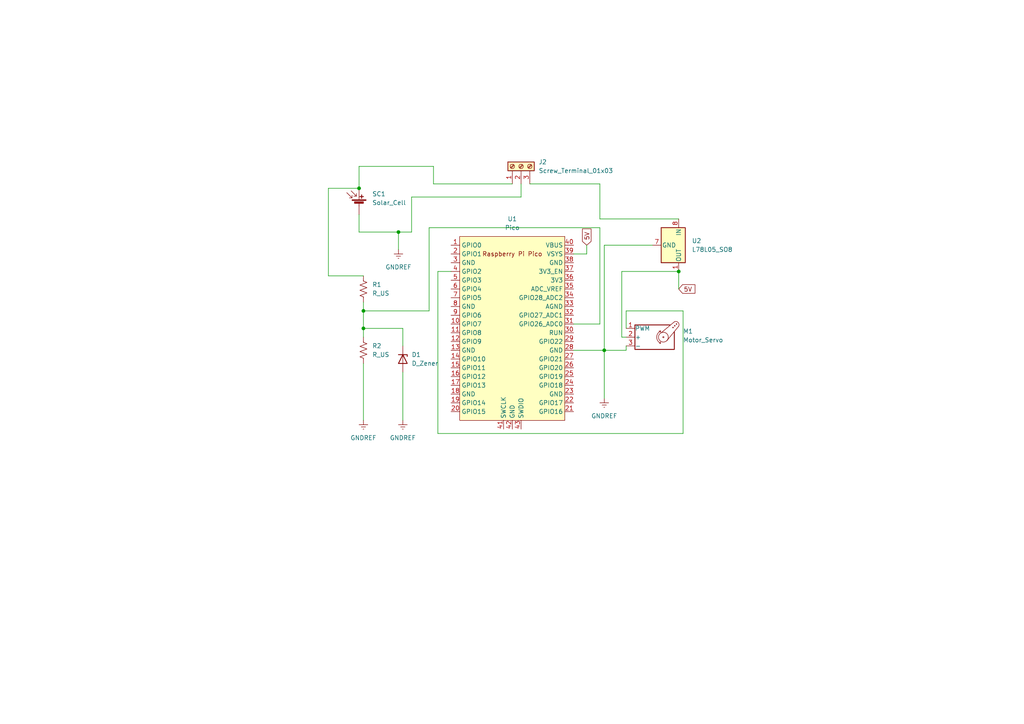
<source format=kicad_sch>
(kicad_sch (version 20230121) (generator eeschema)

  (uuid 5b844cdc-fc3b-432e-92e2-c1983ac9d0fb)

  (paper "A4")

  (lib_symbols
    (symbol "Connector:Screw_Terminal_01x03" (pin_names (offset 1.016) hide) (in_bom yes) (on_board yes)
      (property "Reference" "J" (at 0 5.08 0)
        (effects (font (size 1.27 1.27)))
      )
      (property "Value" "Screw_Terminal_01x03" (at 0 -5.08 0)
        (effects (font (size 1.27 1.27)))
      )
      (property "Footprint" "" (at 0 0 0)
        (effects (font (size 1.27 1.27)) hide)
      )
      (property "Datasheet" "~" (at 0 0 0)
        (effects (font (size 1.27 1.27)) hide)
      )
      (property "ki_keywords" "screw terminal" (at 0 0 0)
        (effects (font (size 1.27 1.27)) hide)
      )
      (property "ki_description" "Generic screw terminal, single row, 01x03, script generated (kicad-library-utils/schlib/autogen/connector/)" (at 0 0 0)
        (effects (font (size 1.27 1.27)) hide)
      )
      (property "ki_fp_filters" "TerminalBlock*:*" (at 0 0 0)
        (effects (font (size 1.27 1.27)) hide)
      )
      (symbol "Screw_Terminal_01x03_1_1"
        (rectangle (start -1.27 3.81) (end 1.27 -3.81)
          (stroke (width 0.254) (type default))
          (fill (type background))
        )
        (circle (center 0 -2.54) (radius 0.635)
          (stroke (width 0.1524) (type default))
          (fill (type none))
        )
        (polyline
          (pts
            (xy -0.5334 -2.2098)
            (xy 0.3302 -3.048)
          )
          (stroke (width 0.1524) (type default))
          (fill (type none))
        )
        (polyline
          (pts
            (xy -0.5334 0.3302)
            (xy 0.3302 -0.508)
          )
          (stroke (width 0.1524) (type default))
          (fill (type none))
        )
        (polyline
          (pts
            (xy -0.5334 2.8702)
            (xy 0.3302 2.032)
          )
          (stroke (width 0.1524) (type default))
          (fill (type none))
        )
        (polyline
          (pts
            (xy -0.3556 -2.032)
            (xy 0.508 -2.8702)
          )
          (stroke (width 0.1524) (type default))
          (fill (type none))
        )
        (polyline
          (pts
            (xy -0.3556 0.508)
            (xy 0.508 -0.3302)
          )
          (stroke (width 0.1524) (type default))
          (fill (type none))
        )
        (polyline
          (pts
            (xy -0.3556 3.048)
            (xy 0.508 2.2098)
          )
          (stroke (width 0.1524) (type default))
          (fill (type none))
        )
        (circle (center 0 0) (radius 0.635)
          (stroke (width 0.1524) (type default))
          (fill (type none))
        )
        (circle (center 0 2.54) (radius 0.635)
          (stroke (width 0.1524) (type default))
          (fill (type none))
        )
        (pin passive line (at -5.08 2.54 0) (length 3.81)
          (name "Pin_1" (effects (font (size 1.27 1.27))))
          (number "1" (effects (font (size 1.27 1.27))))
        )
        (pin passive line (at -5.08 0 0) (length 3.81)
          (name "Pin_2" (effects (font (size 1.27 1.27))))
          (number "2" (effects (font (size 1.27 1.27))))
        )
        (pin passive line (at -5.08 -2.54 0) (length 3.81)
          (name "Pin_3" (effects (font (size 1.27 1.27))))
          (number "3" (effects (font (size 1.27 1.27))))
        )
      )
    )
    (symbol "Device:D_Zener" (pin_numbers hide) (pin_names (offset 1.016) hide) (in_bom yes) (on_board yes)
      (property "Reference" "D" (at 0 2.54 0)
        (effects (font (size 1.27 1.27)))
      )
      (property "Value" "D_Zener" (at 0 -2.54 0)
        (effects (font (size 1.27 1.27)))
      )
      (property "Footprint" "" (at 0 0 0)
        (effects (font (size 1.27 1.27)) hide)
      )
      (property "Datasheet" "~" (at 0 0 0)
        (effects (font (size 1.27 1.27)) hide)
      )
      (property "ki_keywords" "diode" (at 0 0 0)
        (effects (font (size 1.27 1.27)) hide)
      )
      (property "ki_description" "Zener diode" (at 0 0 0)
        (effects (font (size 1.27 1.27)) hide)
      )
      (property "ki_fp_filters" "TO-???* *_Diode_* *SingleDiode* D_*" (at 0 0 0)
        (effects (font (size 1.27 1.27)) hide)
      )
      (symbol "D_Zener_0_1"
        (polyline
          (pts
            (xy 1.27 0)
            (xy -1.27 0)
          )
          (stroke (width 0) (type default))
          (fill (type none))
        )
        (polyline
          (pts
            (xy -1.27 -1.27)
            (xy -1.27 1.27)
            (xy -0.762 1.27)
          )
          (stroke (width 0.254) (type default))
          (fill (type none))
        )
        (polyline
          (pts
            (xy 1.27 -1.27)
            (xy 1.27 1.27)
            (xy -1.27 0)
            (xy 1.27 -1.27)
          )
          (stroke (width 0.254) (type default))
          (fill (type none))
        )
      )
      (symbol "D_Zener_1_1"
        (pin passive line (at -3.81 0 0) (length 2.54)
          (name "K" (effects (font (size 1.27 1.27))))
          (number "1" (effects (font (size 1.27 1.27))))
        )
        (pin passive line (at 3.81 0 180) (length 2.54)
          (name "A" (effects (font (size 1.27 1.27))))
          (number "2" (effects (font (size 1.27 1.27))))
        )
      )
    )
    (symbol "Device:R_US" (pin_numbers hide) (pin_names (offset 0)) (in_bom yes) (on_board yes)
      (property "Reference" "R" (at 2.54 0 90)
        (effects (font (size 1.27 1.27)))
      )
      (property "Value" "R_US" (at -2.54 0 90)
        (effects (font (size 1.27 1.27)))
      )
      (property "Footprint" "" (at 1.016 -0.254 90)
        (effects (font (size 1.27 1.27)) hide)
      )
      (property "Datasheet" "~" (at 0 0 0)
        (effects (font (size 1.27 1.27)) hide)
      )
      (property "ki_keywords" "R res resistor" (at 0 0 0)
        (effects (font (size 1.27 1.27)) hide)
      )
      (property "ki_description" "Resistor, US symbol" (at 0 0 0)
        (effects (font (size 1.27 1.27)) hide)
      )
      (property "ki_fp_filters" "R_*" (at 0 0 0)
        (effects (font (size 1.27 1.27)) hide)
      )
      (symbol "R_US_0_1"
        (polyline
          (pts
            (xy 0 -2.286)
            (xy 0 -2.54)
          )
          (stroke (width 0) (type default))
          (fill (type none))
        )
        (polyline
          (pts
            (xy 0 2.286)
            (xy 0 2.54)
          )
          (stroke (width 0) (type default))
          (fill (type none))
        )
        (polyline
          (pts
            (xy 0 -0.762)
            (xy 1.016 -1.143)
            (xy 0 -1.524)
            (xy -1.016 -1.905)
            (xy 0 -2.286)
          )
          (stroke (width 0) (type default))
          (fill (type none))
        )
        (polyline
          (pts
            (xy 0 0.762)
            (xy 1.016 0.381)
            (xy 0 0)
            (xy -1.016 -0.381)
            (xy 0 -0.762)
          )
          (stroke (width 0) (type default))
          (fill (type none))
        )
        (polyline
          (pts
            (xy 0 2.286)
            (xy 1.016 1.905)
            (xy 0 1.524)
            (xy -1.016 1.143)
            (xy 0 0.762)
          )
          (stroke (width 0) (type default))
          (fill (type none))
        )
      )
      (symbol "R_US_1_1"
        (pin passive line (at 0 3.81 270) (length 1.27)
          (name "~" (effects (font (size 1.27 1.27))))
          (number "1" (effects (font (size 1.27 1.27))))
        )
        (pin passive line (at 0 -3.81 90) (length 1.27)
          (name "~" (effects (font (size 1.27 1.27))))
          (number "2" (effects (font (size 1.27 1.27))))
        )
      )
    )
    (symbol "Device:Solar_Cell" (pin_numbers hide) (pin_names (offset 0) hide) (in_bom yes) (on_board yes)
      (property "Reference" "SC" (at 2.54 2.54 0)
        (effects (font (size 1.27 1.27)) (justify left))
      )
      (property "Value" "Solar_Cell" (at 2.54 0 0)
        (effects (font (size 1.27 1.27)) (justify left))
      )
      (property "Footprint" "" (at 0 1.524 90)
        (effects (font (size 1.27 1.27)) hide)
      )
      (property "Datasheet" "~" (at 0 1.524 90)
        (effects (font (size 1.27 1.27)) hide)
      )
      (property "ki_keywords" "solar cell" (at 0 0 0)
        (effects (font (size 1.27 1.27)) hide)
      )
      (property "ki_description" "Single solar cell" (at 0 0 0)
        (effects (font (size 1.27 1.27)) hide)
      )
      (symbol "Solar_Cell_0_1"
        (rectangle (start -2.032 1.778) (end 2.032 1.524)
          (stroke (width 0) (type default))
          (fill (type outline))
        )
        (rectangle (start -1.3208 1.1938) (end 1.27 0.6858)
          (stroke (width 0) (type default))
          (fill (type outline))
        )
        (polyline
          (pts
            (xy -2.032 2.286)
            (xy -3.556 3.81)
          )
          (stroke (width 0) (type default))
          (fill (type none))
        )
        (polyline
          (pts
            (xy -0.762 2.794)
            (xy -2.286 4.318)
          )
          (stroke (width 0) (type default))
          (fill (type none))
        )
        (polyline
          (pts
            (xy 0 0.762)
            (xy 0 0)
          )
          (stroke (width 0) (type default))
          (fill (type none))
        )
        (polyline
          (pts
            (xy 0 1.778)
            (xy 0 2.54)
          )
          (stroke (width 0) (type default))
          (fill (type none))
        )
        (polyline
          (pts
            (xy 0.254 2.667)
            (xy 1.27 2.667)
          )
          (stroke (width 0.254) (type default))
          (fill (type none))
        )
        (polyline
          (pts
            (xy 0.762 3.175)
            (xy 0.762 2.159)
          )
          (stroke (width 0.254) (type default))
          (fill (type none))
        )
        (polyline
          (pts
            (xy -2.032 3.048)
            (xy -2.032 2.286)
            (xy -2.794 2.286)
          )
          (stroke (width 0) (type default))
          (fill (type none))
        )
        (polyline
          (pts
            (xy -0.762 3.556)
            (xy -0.762 2.794)
            (xy -1.524 2.794)
          )
          (stroke (width 0) (type default))
          (fill (type none))
        )
      )
      (symbol "Solar_Cell_1_1"
        (pin passive line (at 0 5.08 270) (length 2.54)
          (name "+" (effects (font (size 1.27 1.27))))
          (number "1" (effects (font (size 1.27 1.27))))
        )
        (pin passive line (at 0 -2.54 90) (length 2.54)
          (name "-" (effects (font (size 1.27 1.27))))
          (number "2" (effects (font (size 1.27 1.27))))
        )
      )
    )
    (symbol "MCU_RaspberryPi_and_Boards:Pico" (in_bom yes) (on_board yes)
      (property "Reference" "U" (at -13.97 27.94 0)
        (effects (font (size 1.27 1.27)))
      )
      (property "Value" "Pico" (at 0 19.05 0)
        (effects (font (size 1.27 1.27)))
      )
      (property "Footprint" "RPi_Pico:RPi_Pico_SMD_TH" (at 0 0 90)
        (effects (font (size 1.27 1.27)) hide)
      )
      (property "Datasheet" "" (at 0 0 0)
        (effects (font (size 1.27 1.27)) hide)
      )
      (symbol "Pico_0_0"
        (text "Raspberry Pi Pico" (at 0 21.59 0)
          (effects (font (size 1.27 1.27)))
        )
      )
      (symbol "Pico_0_1"
        (rectangle (start -15.24 26.67) (end 15.24 -26.67)
          (stroke (width 0) (type default))
          (fill (type background))
        )
      )
      (symbol "Pico_1_1"
        (pin bidirectional line (at -17.78 24.13 0) (length 2.54)
          (name "GPIO0" (effects (font (size 1.27 1.27))))
          (number "1" (effects (font (size 1.27 1.27))))
        )
        (pin bidirectional line (at -17.78 1.27 0) (length 2.54)
          (name "GPIO7" (effects (font (size 1.27 1.27))))
          (number "10" (effects (font (size 1.27 1.27))))
        )
        (pin bidirectional line (at -17.78 -1.27 0) (length 2.54)
          (name "GPIO8" (effects (font (size 1.27 1.27))))
          (number "11" (effects (font (size 1.27 1.27))))
        )
        (pin bidirectional line (at -17.78 -3.81 0) (length 2.54)
          (name "GPIO9" (effects (font (size 1.27 1.27))))
          (number "12" (effects (font (size 1.27 1.27))))
        )
        (pin power_in line (at -17.78 -6.35 0) (length 2.54)
          (name "GND" (effects (font (size 1.27 1.27))))
          (number "13" (effects (font (size 1.27 1.27))))
        )
        (pin bidirectional line (at -17.78 -8.89 0) (length 2.54)
          (name "GPIO10" (effects (font (size 1.27 1.27))))
          (number "14" (effects (font (size 1.27 1.27))))
        )
        (pin bidirectional line (at -17.78 -11.43 0) (length 2.54)
          (name "GPIO11" (effects (font (size 1.27 1.27))))
          (number "15" (effects (font (size 1.27 1.27))))
        )
        (pin bidirectional line (at -17.78 -13.97 0) (length 2.54)
          (name "GPIO12" (effects (font (size 1.27 1.27))))
          (number "16" (effects (font (size 1.27 1.27))))
        )
        (pin bidirectional line (at -17.78 -16.51 0) (length 2.54)
          (name "GPIO13" (effects (font (size 1.27 1.27))))
          (number "17" (effects (font (size 1.27 1.27))))
        )
        (pin power_in line (at -17.78 -19.05 0) (length 2.54)
          (name "GND" (effects (font (size 1.27 1.27))))
          (number "18" (effects (font (size 1.27 1.27))))
        )
        (pin bidirectional line (at -17.78 -21.59 0) (length 2.54)
          (name "GPIO14" (effects (font (size 1.27 1.27))))
          (number "19" (effects (font (size 1.27 1.27))))
        )
        (pin bidirectional line (at -17.78 21.59 0) (length 2.54)
          (name "GPIO1" (effects (font (size 1.27 1.27))))
          (number "2" (effects (font (size 1.27 1.27))))
        )
        (pin bidirectional line (at -17.78 -24.13 0) (length 2.54)
          (name "GPIO15" (effects (font (size 1.27 1.27))))
          (number "20" (effects (font (size 1.27 1.27))))
        )
        (pin bidirectional line (at 17.78 -24.13 180) (length 2.54)
          (name "GPIO16" (effects (font (size 1.27 1.27))))
          (number "21" (effects (font (size 1.27 1.27))))
        )
        (pin bidirectional line (at 17.78 -21.59 180) (length 2.54)
          (name "GPIO17" (effects (font (size 1.27 1.27))))
          (number "22" (effects (font (size 1.27 1.27))))
        )
        (pin power_in line (at 17.78 -19.05 180) (length 2.54)
          (name "GND" (effects (font (size 1.27 1.27))))
          (number "23" (effects (font (size 1.27 1.27))))
        )
        (pin bidirectional line (at 17.78 -16.51 180) (length 2.54)
          (name "GPIO18" (effects (font (size 1.27 1.27))))
          (number "24" (effects (font (size 1.27 1.27))))
        )
        (pin bidirectional line (at 17.78 -13.97 180) (length 2.54)
          (name "GPIO19" (effects (font (size 1.27 1.27))))
          (number "25" (effects (font (size 1.27 1.27))))
        )
        (pin bidirectional line (at 17.78 -11.43 180) (length 2.54)
          (name "GPIO20" (effects (font (size 1.27 1.27))))
          (number "26" (effects (font (size 1.27 1.27))))
        )
        (pin bidirectional line (at 17.78 -8.89 180) (length 2.54)
          (name "GPIO21" (effects (font (size 1.27 1.27))))
          (number "27" (effects (font (size 1.27 1.27))))
        )
        (pin power_in line (at 17.78 -6.35 180) (length 2.54)
          (name "GND" (effects (font (size 1.27 1.27))))
          (number "28" (effects (font (size 1.27 1.27))))
        )
        (pin bidirectional line (at 17.78 -3.81 180) (length 2.54)
          (name "GPIO22" (effects (font (size 1.27 1.27))))
          (number "29" (effects (font (size 1.27 1.27))))
        )
        (pin power_in line (at -17.78 19.05 0) (length 2.54)
          (name "GND" (effects (font (size 1.27 1.27))))
          (number "3" (effects (font (size 1.27 1.27))))
        )
        (pin input line (at 17.78 -1.27 180) (length 2.54)
          (name "RUN" (effects (font (size 1.27 1.27))))
          (number "30" (effects (font (size 1.27 1.27))))
        )
        (pin bidirectional line (at 17.78 1.27 180) (length 2.54)
          (name "GPIO26_ADC0" (effects (font (size 1.27 1.27))))
          (number "31" (effects (font (size 1.27 1.27))))
        )
        (pin bidirectional line (at 17.78 3.81 180) (length 2.54)
          (name "GPIO27_ADC1" (effects (font (size 1.27 1.27))))
          (number "32" (effects (font (size 1.27 1.27))))
        )
        (pin power_in line (at 17.78 6.35 180) (length 2.54)
          (name "AGND" (effects (font (size 1.27 1.27))))
          (number "33" (effects (font (size 1.27 1.27))))
        )
        (pin bidirectional line (at 17.78 8.89 180) (length 2.54)
          (name "GPIO28_ADC2" (effects (font (size 1.27 1.27))))
          (number "34" (effects (font (size 1.27 1.27))))
        )
        (pin power_in line (at 17.78 11.43 180) (length 2.54)
          (name "ADC_VREF" (effects (font (size 1.27 1.27))))
          (number "35" (effects (font (size 1.27 1.27))))
        )
        (pin power_in line (at 17.78 13.97 180) (length 2.54)
          (name "3V3" (effects (font (size 1.27 1.27))))
          (number "36" (effects (font (size 1.27 1.27))))
        )
        (pin input line (at 17.78 16.51 180) (length 2.54)
          (name "3V3_EN" (effects (font (size 1.27 1.27))))
          (number "37" (effects (font (size 1.27 1.27))))
        )
        (pin bidirectional line (at 17.78 19.05 180) (length 2.54)
          (name "GND" (effects (font (size 1.27 1.27))))
          (number "38" (effects (font (size 1.27 1.27))))
        )
        (pin power_in line (at 17.78 21.59 180) (length 2.54)
          (name "VSYS" (effects (font (size 1.27 1.27))))
          (number "39" (effects (font (size 1.27 1.27))))
        )
        (pin bidirectional line (at -17.78 16.51 0) (length 2.54)
          (name "GPIO2" (effects (font (size 1.27 1.27))))
          (number "4" (effects (font (size 1.27 1.27))))
        )
        (pin power_in line (at 17.78 24.13 180) (length 2.54)
          (name "VBUS" (effects (font (size 1.27 1.27))))
          (number "40" (effects (font (size 1.27 1.27))))
        )
        (pin input line (at -2.54 -29.21 90) (length 2.54)
          (name "SWCLK" (effects (font (size 1.27 1.27))))
          (number "41" (effects (font (size 1.27 1.27))))
        )
        (pin power_in line (at 0 -29.21 90) (length 2.54)
          (name "GND" (effects (font (size 1.27 1.27))))
          (number "42" (effects (font (size 1.27 1.27))))
        )
        (pin bidirectional line (at 2.54 -29.21 90) (length 2.54)
          (name "SWDIO" (effects (font (size 1.27 1.27))))
          (number "43" (effects (font (size 1.27 1.27))))
        )
        (pin bidirectional line (at -17.78 13.97 0) (length 2.54)
          (name "GPIO3" (effects (font (size 1.27 1.27))))
          (number "5" (effects (font (size 1.27 1.27))))
        )
        (pin bidirectional line (at -17.78 11.43 0) (length 2.54)
          (name "GPIO4" (effects (font (size 1.27 1.27))))
          (number "6" (effects (font (size 1.27 1.27))))
        )
        (pin bidirectional line (at -17.78 8.89 0) (length 2.54)
          (name "GPIO5" (effects (font (size 1.27 1.27))))
          (number "7" (effects (font (size 1.27 1.27))))
        )
        (pin power_in line (at -17.78 6.35 0) (length 2.54)
          (name "GND" (effects (font (size 1.27 1.27))))
          (number "8" (effects (font (size 1.27 1.27))))
        )
        (pin bidirectional line (at -17.78 3.81 0) (length 2.54)
          (name "GPIO6" (effects (font (size 1.27 1.27))))
          (number "9" (effects (font (size 1.27 1.27))))
        )
      )
    )
    (symbol "Motor:Motor_Servo" (pin_names (offset 0.0254)) (in_bom yes) (on_board yes)
      (property "Reference" "M" (at -5.08 4.445 0)
        (effects (font (size 1.27 1.27)) (justify left))
      )
      (property "Value" "Motor_Servo" (at -5.08 -4.064 0)
        (effects (font (size 1.27 1.27)) (justify left top))
      )
      (property "Footprint" "" (at 0 -4.826 0)
        (effects (font (size 1.27 1.27)) hide)
      )
      (property "Datasheet" "http://forums.parallax.com/uploads/attachments/46831/74481.png" (at 0 -4.826 0)
        (effects (font (size 1.27 1.27)) hide)
      )
      (property "ki_keywords" "Servo Motor" (at 0 0 0)
        (effects (font (size 1.27 1.27)) hide)
      )
      (property "ki_description" "Servo Motor (Futaba, HiTec, JR connector)" (at 0 0 0)
        (effects (font (size 1.27 1.27)) hide)
      )
      (property "ki_fp_filters" "PinHeader*P2.54mm*" (at 0 0 0)
        (effects (font (size 1.27 1.27)) hide)
      )
      (symbol "Motor_Servo_0_1"
        (polyline
          (pts
            (xy 2.413 -1.778)
            (xy 2.032 -1.778)
          )
          (stroke (width 0) (type default))
          (fill (type none))
        )
        (polyline
          (pts
            (xy 2.413 -1.778)
            (xy 2.286 -1.397)
          )
          (stroke (width 0) (type default))
          (fill (type none))
        )
        (polyline
          (pts
            (xy 2.413 1.778)
            (xy 1.905 1.778)
          )
          (stroke (width 0) (type default))
          (fill (type none))
        )
        (polyline
          (pts
            (xy 2.413 1.778)
            (xy 2.286 1.397)
          )
          (stroke (width 0) (type default))
          (fill (type none))
        )
        (polyline
          (pts
            (xy 6.35 4.445)
            (xy 2.54 1.27)
          )
          (stroke (width 0) (type default))
          (fill (type none))
        )
        (polyline
          (pts
            (xy 7.62 3.175)
            (xy 4.191 -1.016)
          )
          (stroke (width 0) (type default))
          (fill (type none))
        )
        (polyline
          (pts
            (xy 5.08 3.556)
            (xy -5.08 3.556)
            (xy -5.08 -3.556)
            (xy 6.35 -3.556)
            (xy 6.35 1.524)
          )
          (stroke (width 0.254) (type default))
          (fill (type none))
        )
        (arc (start 2.413 1.778) (mid 1.2406 0) (end 2.413 -1.778)
          (stroke (width 0) (type default))
          (fill (type none))
        )
        (circle (center 3.175 0) (radius 0.1778)
          (stroke (width 0) (type default))
          (fill (type none))
        )
        (circle (center 3.175 0) (radius 1.4224)
          (stroke (width 0) (type default))
          (fill (type none))
        )
        (circle (center 5.969 2.794) (radius 0.127)
          (stroke (width 0) (type default))
          (fill (type none))
        )
        (circle (center 6.477 3.302) (radius 0.127)
          (stroke (width 0) (type default))
          (fill (type none))
        )
        (circle (center 6.985 3.81) (radius 0.127)
          (stroke (width 0) (type default))
          (fill (type none))
        )
        (arc (start 7.62 3.175) (mid 7.4485 4.2735) (end 6.35 4.445)
          (stroke (width 0) (type default))
          (fill (type none))
        )
      )
      (symbol "Motor_Servo_1_1"
        (pin passive line (at -7.62 2.54 0) (length 2.54)
          (name "PWM" (effects (font (size 1.27 1.27))))
          (number "1" (effects (font (size 1.27 1.27))))
        )
        (pin passive line (at -7.62 0 0) (length 2.54)
          (name "+" (effects (font (size 1.27 1.27))))
          (number "2" (effects (font (size 1.27 1.27))))
        )
        (pin passive line (at -7.62 -2.54 0) (length 2.54)
          (name "-" (effects (font (size 1.27 1.27))))
          (number "3" (effects (font (size 1.27 1.27))))
        )
      )
    )
    (symbol "Regulator_Linear:L78L05_SO8" (pin_names (offset 0.254)) (in_bom yes) (on_board yes)
      (property "Reference" "U" (at -3.81 3.175 0)
        (effects (font (size 1.27 1.27)))
      )
      (property "Value" "L78L05_SO8" (at 0 3.175 0)
        (effects (font (size 1.27 1.27)) (justify left))
      )
      (property "Footprint" "Package_SO:SOIC-8_3.9x4.9mm_P1.27mm" (at 2.54 5.08 0)
        (effects (font (size 1.27 1.27) italic) hide)
      )
      (property "Datasheet" "http://www.st.com/content/ccc/resource/technical/document/datasheet/15/55/e5/aa/23/5b/43/fd/CD00000446.pdf/files/CD00000446.pdf/jcr:content/translations/en.CD00000446.pdf" (at 5.08 0 0)
        (effects (font (size 1.27 1.27)) hide)
      )
      (property "ki_keywords" "Voltage Regulator 100mA Positive" (at 0 0 0)
        (effects (font (size 1.27 1.27)) hide)
      )
      (property "ki_description" "Positive 100mA 30V Linear Regulator, Fixed Output 5V, SO-8" (at 0 0 0)
        (effects (font (size 1.27 1.27)) hide)
      )
      (property "ki_fp_filters" "SOIC*3.9x4.9mm*P1.27mm*" (at 0 0 0)
        (effects (font (size 1.27 1.27)) hide)
      )
      (symbol "L78L05_SO8_0_1"
        (rectangle (start -5.08 1.905) (end 5.08 -5.08)
          (stroke (width 0.254) (type default))
          (fill (type background))
        )
      )
      (symbol "L78L05_SO8_1_1"
        (pin power_out line (at 7.62 0 180) (length 2.54)
          (name "OUT" (effects (font (size 1.27 1.27))))
          (number "1" (effects (font (size 1.27 1.27))))
        )
        (pin passive line (at 0 -7.62 90) (length 2.54) hide
          (name "GND" (effects (font (size 1.27 1.27))))
          (number "2" (effects (font (size 1.27 1.27))))
        )
        (pin passive line (at 0 -7.62 90) (length 2.54) hide
          (name "GND" (effects (font (size 1.27 1.27))))
          (number "3" (effects (font (size 1.27 1.27))))
        )
        (pin no_connect line (at -5.08 -2.54 0) (length 2.54) hide
          (name "NC" (effects (font (size 1.27 1.27))))
          (number "4" (effects (font (size 1.27 1.27))))
        )
        (pin no_connect line (at 5.08 -2.54 180) (length 2.54) hide
          (name "NC" (effects (font (size 1.27 1.27))))
          (number "5" (effects (font (size 1.27 1.27))))
        )
        (pin passive line (at 0 -7.62 90) (length 2.54) hide
          (name "GND" (effects (font (size 1.27 1.27))))
          (number "6" (effects (font (size 1.27 1.27))))
        )
        (pin power_in line (at 0 -7.62 90) (length 2.54)
          (name "GND" (effects (font (size 1.27 1.27))))
          (number "7" (effects (font (size 1.27 1.27))))
        )
        (pin power_in line (at -7.62 0 0) (length 2.54)
          (name "IN" (effects (font (size 1.27 1.27))))
          (number "8" (effects (font (size 1.27 1.27))))
        )
      )
    )
    (symbol "power:GNDREF" (power) (pin_names (offset 0)) (in_bom yes) (on_board yes)
      (property "Reference" "#PWR" (at 0 -6.35 0)
        (effects (font (size 1.27 1.27)) hide)
      )
      (property "Value" "GNDREF" (at 0 -3.81 0)
        (effects (font (size 1.27 1.27)))
      )
      (property "Footprint" "" (at 0 0 0)
        (effects (font (size 1.27 1.27)) hide)
      )
      (property "Datasheet" "" (at 0 0 0)
        (effects (font (size 1.27 1.27)) hide)
      )
      (property "ki_keywords" "global power" (at 0 0 0)
        (effects (font (size 1.27 1.27)) hide)
      )
      (property "ki_description" "Power symbol creates a global label with name \"GNDREF\" , reference supply ground" (at 0 0 0)
        (effects (font (size 1.27 1.27)) hide)
      )
      (symbol "GNDREF_0_1"
        (polyline
          (pts
            (xy -0.635 -1.905)
            (xy 0.635 -1.905)
          )
          (stroke (width 0) (type default))
          (fill (type none))
        )
        (polyline
          (pts
            (xy -0.127 -2.54)
            (xy 0.127 -2.54)
          )
          (stroke (width 0) (type default))
          (fill (type none))
        )
        (polyline
          (pts
            (xy 0 -1.27)
            (xy 0 0)
          )
          (stroke (width 0) (type default))
          (fill (type none))
        )
        (polyline
          (pts
            (xy 1.27 -1.27)
            (xy -1.27 -1.27)
          )
          (stroke (width 0) (type default))
          (fill (type none))
        )
      )
      (symbol "GNDREF_1_1"
        (pin power_in line (at 0 0 270) (length 0) hide
          (name "GNDREF" (effects (font (size 1.27 1.27))))
          (number "1" (effects (font (size 1.27 1.27))))
        )
      )
    )
  )

  (junction (at 105.41 95.25) (diameter 0) (color 0 0 0 0)
    (uuid 085d893d-173c-4b02-9492-5d74013e49f4)
  )
  (junction (at 104.14 54.61) (diameter 0) (color 0 0 0 0)
    (uuid 694eca5f-9aef-4e7c-b724-07e27a6b0693)
  )
  (junction (at 196.85 78.74) (diameter 0) (color 0 0 0 0)
    (uuid 84dc4de2-a1f8-4c86-be71-6f8995834e90)
  )
  (junction (at 175.26 101.6) (diameter 0) (color 0 0 0 0)
    (uuid c30560f2-41e7-4571-bf75-6152551b7e35)
  )
  (junction (at 115.57 67.31) (diameter 0) (color 0 0 0 0)
    (uuid d6b9ddc8-18a5-4ef7-8903-68d3a8847759)
  )
  (junction (at 105.41 90.17) (diameter 0) (color 0 0 0 0)
    (uuid fa9ea873-2e19-43d2-a94e-e8e0ec0ffdde)
  )

  (wire (pts (xy 104.14 67.31) (xy 115.57 67.31))
    (stroke (width 0) (type default))
    (uuid 058ed885-d734-49cf-99be-50db180f4325)
  )
  (wire (pts (xy 166.37 73.66) (xy 170.18 73.66))
    (stroke (width 0) (type default))
    (uuid 05a98b83-f900-4e0f-9dbf-1bad24849031)
  )
  (wire (pts (xy 166.37 93.98) (xy 173.99 93.98))
    (stroke (width 0) (type default))
    (uuid 10c491ee-5467-4b87-9b1f-5e96a3266483)
  )
  (wire (pts (xy 196.85 63.5) (xy 173.99 63.5))
    (stroke (width 0) (type default))
    (uuid 1453a6dc-d35b-4200-ac57-77986dbe243a)
  )
  (wire (pts (xy 148.59 53.34) (xy 125.73 53.34))
    (stroke (width 0) (type default))
    (uuid 14b1b540-e3eb-4526-9455-5d3bc0dbfcd7)
  )
  (wire (pts (xy 115.57 67.31) (xy 115.57 72.39))
    (stroke (width 0) (type default))
    (uuid 155fb79c-100d-4580-a530-ff8f4398ac91)
  )
  (wire (pts (xy 127 78.74) (xy 130.81 78.74))
    (stroke (width 0) (type default))
    (uuid 18c68dbe-e1cf-4aa5-8c59-b7bc9f973833)
  )
  (wire (pts (xy 124.46 90.17) (xy 105.41 90.17))
    (stroke (width 0) (type default))
    (uuid 1e0846f8-1c1b-4d12-82be-b243354e5162)
  )
  (wire (pts (xy 175.26 101.6) (xy 175.26 115.57))
    (stroke (width 0) (type default))
    (uuid 1f37aaa3-bae2-40a0-a0ba-de72d6eeecc9)
  )
  (wire (pts (xy 198.12 125.73) (xy 127 125.73))
    (stroke (width 0) (type default))
    (uuid 2a9522b3-a22c-4be3-8f96-71c46b2e8164)
  )
  (wire (pts (xy 180.34 97.79) (xy 180.34 78.74))
    (stroke (width 0) (type default))
    (uuid 2c3acff5-1cd1-49b6-84d4-f18f1cc0a9aa)
  )
  (wire (pts (xy 116.84 100.33) (xy 116.84 95.25))
    (stroke (width 0) (type default))
    (uuid 2f8ed16b-aba2-4365-b49e-6725cc3d4860)
  )
  (wire (pts (xy 173.99 66.04) (xy 124.46 66.04))
    (stroke (width 0) (type default))
    (uuid 30665c38-7b88-47b8-8bf7-0d37e15a6f3f)
  )
  (wire (pts (xy 105.41 105.41) (xy 105.41 121.92))
    (stroke (width 0) (type default))
    (uuid 3c206712-5d64-46c8-9e9e-7349930080db)
  )
  (wire (pts (xy 175.26 101.6) (xy 181.61 101.6))
    (stroke (width 0) (type default))
    (uuid 3d19dcdc-f403-4b4a-9ebc-4a5627fe72cc)
  )
  (wire (pts (xy 124.46 66.04) (xy 124.46 90.17))
    (stroke (width 0) (type default))
    (uuid 44a1741d-89b4-4856-8ade-13876423e4f5)
  )
  (wire (pts (xy 127 125.73) (xy 127 78.74))
    (stroke (width 0) (type default))
    (uuid 486caaf6-d335-4ea9-a9ff-e3c7ebcc9529)
  )
  (wire (pts (xy 198.12 90.17) (xy 198.12 125.73))
    (stroke (width 0) (type default))
    (uuid 48b01773-dc37-491c-93ba-c59fecba8367)
  )
  (wire (pts (xy 166.37 101.6) (xy 175.26 101.6))
    (stroke (width 0) (type default))
    (uuid 56c18285-85a6-42a8-beb2-c9bbaad19dd4)
  )
  (wire (pts (xy 181.61 95.25) (xy 181.61 90.17))
    (stroke (width 0) (type default))
    (uuid 592ebb4d-696b-462a-89dc-e914fed0dff0)
  )
  (wire (pts (xy 105.41 87.63) (xy 105.41 90.17))
    (stroke (width 0) (type default))
    (uuid 61fb58be-116f-46a6-b318-9c99f9cc8742)
  )
  (wire (pts (xy 104.14 48.26) (xy 104.14 54.61))
    (stroke (width 0) (type default))
    (uuid 6af2e52a-1834-4e95-84dd-9a59f770932b)
  )
  (wire (pts (xy 104.14 62.23) (xy 104.14 67.31))
    (stroke (width 0) (type default))
    (uuid 6bff266e-3e0e-4a89-8292-d5a828363ecd)
  )
  (wire (pts (xy 173.99 93.98) (xy 173.99 66.04))
    (stroke (width 0) (type default))
    (uuid 74bbf5da-2861-4578-afbd-187d46bef13b)
  )
  (wire (pts (xy 170.18 73.66) (xy 170.18 71.12))
    (stroke (width 0) (type default))
    (uuid 81b9f352-c56c-462f-83d7-8e83d6286b05)
  )
  (wire (pts (xy 173.99 53.34) (xy 153.67 53.34))
    (stroke (width 0) (type default))
    (uuid 953ab2e2-8dc8-4937-8b53-906d572d6b24)
  )
  (wire (pts (xy 181.61 90.17) (xy 198.12 90.17))
    (stroke (width 0) (type default))
    (uuid 9aad22a9-e86b-44c2-b433-a7a1bd36dbef)
  )
  (wire (pts (xy 105.41 90.17) (xy 105.41 95.25))
    (stroke (width 0) (type default))
    (uuid 9c6c13b3-9a4d-4b3f-89ea-898dc68b02d0)
  )
  (wire (pts (xy 116.84 95.25) (xy 105.41 95.25))
    (stroke (width 0) (type default))
    (uuid 9df9225b-706c-4348-a26b-a4857161939a)
  )
  (wire (pts (xy 105.41 95.25) (xy 105.41 97.79))
    (stroke (width 0) (type default))
    (uuid a0f9a47b-2eb0-4d91-addf-1e8bd2bdaa8f)
  )
  (wire (pts (xy 181.61 101.6) (xy 181.61 100.33))
    (stroke (width 0) (type default))
    (uuid a3ae07da-03b8-460f-a973-4e0423f90486)
  )
  (wire (pts (xy 95.25 80.01) (xy 105.41 80.01))
    (stroke (width 0) (type default))
    (uuid a6e753e3-2b39-48dd-9c68-624e0e830388)
  )
  (wire (pts (xy 125.73 53.34) (xy 125.73 48.26))
    (stroke (width 0) (type default))
    (uuid a8e8837b-1925-459d-b53e-e3031885a5f4)
  )
  (wire (pts (xy 196.85 78.74) (xy 196.85 83.82))
    (stroke (width 0) (type default))
    (uuid acffdf56-2b82-4df2-80e9-b7ca8a0134e4)
  )
  (wire (pts (xy 151.13 57.15) (xy 119.38 57.15))
    (stroke (width 0) (type default))
    (uuid b228ce40-f3f2-445b-b2e8-f69a801f02d6)
  )
  (wire (pts (xy 151.13 53.34) (xy 151.13 57.15))
    (stroke (width 0) (type default))
    (uuid b852cbcd-e84b-4124-8ef0-25d536c6ad41)
  )
  (wire (pts (xy 189.23 71.12) (xy 175.26 71.12))
    (stroke (width 0) (type default))
    (uuid c41ed33e-94ac-4673-8612-5c63f3310d8a)
  )
  (wire (pts (xy 115.57 67.31) (xy 119.38 67.31))
    (stroke (width 0) (type default))
    (uuid c67f5e4b-3caa-41f3-83c6-cfdb04ce04b7)
  )
  (wire (pts (xy 116.84 107.95) (xy 116.84 121.92))
    (stroke (width 0) (type default))
    (uuid cb8da993-d899-44da-bb57-71eea9ebaa34)
  )
  (wire (pts (xy 95.25 54.61) (xy 95.25 80.01))
    (stroke (width 0) (type default))
    (uuid e1ca07f2-4c2e-4cc1-88e9-88d9eda40923)
  )
  (wire (pts (xy 181.61 97.79) (xy 180.34 97.79))
    (stroke (width 0) (type default))
    (uuid e50c6709-2d60-46da-b476-0f6788772b16)
  )
  (wire (pts (xy 104.14 54.61) (xy 95.25 54.61))
    (stroke (width 0) (type default))
    (uuid e8e856a7-4c8b-41db-b9a4-e279fc5f1e69)
  )
  (wire (pts (xy 173.99 63.5) (xy 173.99 53.34))
    (stroke (width 0) (type default))
    (uuid e9856200-4973-4b54-be44-bc76b3d42e14)
  )
  (wire (pts (xy 180.34 78.74) (xy 196.85 78.74))
    (stroke (width 0) (type default))
    (uuid ea209aaa-3a5a-4674-9943-df5c3cc5369c)
  )
  (wire (pts (xy 125.73 48.26) (xy 104.14 48.26))
    (stroke (width 0) (type default))
    (uuid f0415c62-6e19-4fcd-86fc-f7de36df3cd0)
  )
  (wire (pts (xy 175.26 71.12) (xy 175.26 101.6))
    (stroke (width 0) (type default))
    (uuid f9052fe9-4624-4abd-93d1-6daa706b8c16)
  )
  (wire (pts (xy 119.38 57.15) (xy 119.38 67.31))
    (stroke (width 0) (type default))
    (uuid fb2e39cb-72b7-4d19-981d-dc64bac15af1)
  )

  (global_label "5V" (shape input) (at 170.18 71.12 90) (fields_autoplaced)
    (effects (font (size 1.27 1.27)) (justify left))
    (uuid b08b8769-089c-4c97-8db8-7ca2e06db250)
    (property "Intersheetrefs" "${INTERSHEET_REFS}" (at 170.18 65.9161 90)
      (effects (font (size 1.27 1.27)) (justify left) hide)
    )
  )
  (global_label "5V" (shape input) (at 196.85 83.82 0) (fields_autoplaced)
    (effects (font (size 1.27 1.27)) (justify left))
    (uuid e6522fb7-8b1d-44fe-b723-e6785f5096d5)
    (property "Intersheetrefs" "${INTERSHEET_REFS}" (at 202.0539 83.82 0)
      (effects (font (size 1.27 1.27)) (justify left) hide)
    )
  )

  (symbol (lib_id "Connector:Screw_Terminal_01x03") (at 151.13 48.26 90) (unit 1)
    (in_bom yes) (on_board yes) (dnp no) (fields_autoplaced)
    (uuid 1ef1d5f4-3158-4fb2-840f-bf735abd50dc)
    (property "Reference" "J2" (at 156.21 46.99 90)
      (effects (font (size 1.27 1.27)) (justify right))
    )
    (property "Value" "Screw_Terminal_01x03" (at 156.21 49.53 90)
      (effects (font (size 1.27 1.27)) (justify right))
    )
    (property "Footprint" "Connector_PinSocket_1.27mm:PinSocket_1x03_P1.27mm_Vertical" (at 151.13 48.26 0)
      (effects (font (size 1.27 1.27)) hide)
    )
    (property "Datasheet" "~" (at 151.13 48.26 0)
      (effects (font (size 1.27 1.27)) hide)
    )
    (pin "1" (uuid b48fced7-ad62-4be9-87ab-cbfc1dd51917))
    (pin "2" (uuid 5c1a261f-5d50-4880-a29e-fcc9edd7754a))
    (pin "3" (uuid b5ccc92c-0aeb-4a5e-825f-1b14bd901dc6))
    (instances
      (project "Placa Panel esquematico"
        (path "/5b844cdc-fc3b-432e-92e2-c1983ac9d0fb"
          (reference "J2") (unit 1)
        )
      )
    )
  )

  (symbol (lib_id "power:GNDREF") (at 105.41 121.92 0) (unit 1)
    (in_bom yes) (on_board yes) (dnp no) (fields_autoplaced)
    (uuid 56fbfe6e-311d-4678-86bb-05fc40017974)
    (property "Reference" "#PWR01" (at 105.41 128.27 0)
      (effects (font (size 1.27 1.27)) hide)
    )
    (property "Value" "GNDREF" (at 105.41 127 0)
      (effects (font (size 1.27 1.27)))
    )
    (property "Footprint" "" (at 105.41 121.92 0)
      (effects (font (size 1.27 1.27)) hide)
    )
    (property "Datasheet" "" (at 105.41 121.92 0)
      (effects (font (size 1.27 1.27)) hide)
    )
    (pin "1" (uuid 65c2e143-bebb-4666-b83a-20bbd318673f))
    (instances
      (project "Placa Panel esquematico"
        (path "/5b844cdc-fc3b-432e-92e2-c1983ac9d0fb"
          (reference "#PWR01") (unit 1)
        )
      )
    )
  )

  (symbol (lib_id "power:GNDREF") (at 175.26 115.57 0) (unit 1)
    (in_bom yes) (on_board yes) (dnp no) (fields_autoplaced)
    (uuid 6c56ce8b-e60e-4d4a-bbe8-9331677a492c)
    (property "Reference" "#PWR03" (at 175.26 121.92 0)
      (effects (font (size 1.27 1.27)) hide)
    )
    (property "Value" "GNDREF" (at 175.26 120.65 0)
      (effects (font (size 1.27 1.27)))
    )
    (property "Footprint" "" (at 175.26 115.57 0)
      (effects (font (size 1.27 1.27)) hide)
    )
    (property "Datasheet" "" (at 175.26 115.57 0)
      (effects (font (size 1.27 1.27)) hide)
    )
    (pin "1" (uuid 94366783-5d13-40ff-a7f5-ddab387efaab))
    (instances
      (project "Placa Panel esquematico"
        (path "/5b844cdc-fc3b-432e-92e2-c1983ac9d0fb"
          (reference "#PWR03") (unit 1)
        )
      )
    )
  )

  (symbol (lib_id "Device:R_US") (at 105.41 101.6 0) (unit 1)
    (in_bom yes) (on_board yes) (dnp no) (fields_autoplaced)
    (uuid 779cc6f4-6346-4c72-b298-4b01ed558aad)
    (property "Reference" "R2" (at 107.95 100.33 0)
      (effects (font (size 1.27 1.27)) (justify left))
    )
    (property "Value" "R_US" (at 107.95 102.87 0)
      (effects (font (size 1.27 1.27)) (justify left))
    )
    (property "Footprint" "Resistor_THT:R_Axial_DIN0204_L3.6mm_D1.6mm_P5.08mm_Horizontal" (at 106.426 101.854 90)
      (effects (font (size 1.27 1.27)) hide)
    )
    (property "Datasheet" "~" (at 105.41 101.6 0)
      (effects (font (size 1.27 1.27)) hide)
    )
    (pin "1" (uuid 4c87fc2c-fdea-45c6-922c-666bb31a5740))
    (pin "2" (uuid 3a47e312-7cd0-440c-ac5b-9408e2a2b450))
    (instances
      (project "Placa Panel esquematico"
        (path "/5b844cdc-fc3b-432e-92e2-c1983ac9d0fb"
          (reference "R2") (unit 1)
        )
      )
    )
  )

  (symbol (lib_id "Regulator_Linear:L78L05_SO8") (at 196.85 71.12 270) (unit 1)
    (in_bom yes) (on_board yes) (dnp no) (fields_autoplaced)
    (uuid 78d0ca93-f8f0-4b48-b868-2aa00d41def2)
    (property "Reference" "U2" (at 200.66 69.85 90)
      (effects (font (size 1.27 1.27)) (justify left))
    )
    (property "Value" "L78L05_SO8" (at 200.66 72.39 90)
      (effects (font (size 1.27 1.27)) (justify left))
    )
    (property "Footprint" "Connector_PinHeader_1.27mm:PinHeader_1x03_P1.27mm_Vertical" (at 201.93 73.66 0)
      (effects (font (size 1.27 1.27) italic) hide)
    )
    (property "Datasheet" "http://www.st.com/content/ccc/resource/technical/document/datasheet/15/55/e5/aa/23/5b/43/fd/CD00000446.pdf/files/CD00000446.pdf/jcr:content/translations/en.CD00000446.pdf" (at 196.85 76.2 0)
      (effects (font (size 1.27 1.27)) hide)
    )
    (pin "1" (uuid 3c164a3d-68a5-4e10-adbc-bd53fbc36c45))
    (pin "2" (uuid 257adc9e-45ca-47b1-a40a-7acf31eb38f6))
    (pin "3" (uuid 9b2f2a30-ece1-4ddb-bf54-9baf4f1ee883))
    (pin "4" (uuid ca8acf25-2474-41e1-a0ea-b82a5909ad7d))
    (pin "5" (uuid ed7bec24-0727-4ef4-aaff-e671ac9d1aec))
    (pin "6" (uuid 32f43479-65c6-448e-8713-cc33f1d66f18))
    (pin "7" (uuid 3f9d6c3d-e537-4393-a467-fb2aa08ea296))
    (pin "8" (uuid 52d58dcd-1d08-4d71-9263-4c01bda690c4))
    (instances
      (project "Placa Panel esquematico"
        (path "/5b844cdc-fc3b-432e-92e2-c1983ac9d0fb"
          (reference "U2") (unit 1)
        )
      )
    )
  )

  (symbol (lib_id "Device:D_Zener") (at 116.84 104.14 270) (unit 1)
    (in_bom yes) (on_board yes) (dnp no) (fields_autoplaced)
    (uuid 856a20c1-a0e8-4027-8f3b-6685a42deeda)
    (property "Reference" "D1" (at 119.38 102.87 90)
      (effects (font (size 1.27 1.27)) (justify left))
    )
    (property "Value" "D_Zener" (at 119.38 105.41 90)
      (effects (font (size 1.27 1.27)) (justify left))
    )
    (property "Footprint" "Diode_THT:D_A-405_P7.62mm_Horizontal" (at 116.84 104.14 0)
      (effects (font (size 1.27 1.27)) hide)
    )
    (property "Datasheet" "~" (at 116.84 104.14 0)
      (effects (font (size 1.27 1.27)) hide)
    )
    (pin "1" (uuid 7006da06-a6dd-4851-87d6-7592a256a25d))
    (pin "2" (uuid 9e91d513-e355-47a4-aee8-de5c94d5773c))
    (instances
      (project "Placa Panel esquematico"
        (path "/5b844cdc-fc3b-432e-92e2-c1983ac9d0fb"
          (reference "D1") (unit 1)
        )
      )
    )
  )

  (symbol (lib_id "power:GNDREF") (at 116.84 121.92 0) (unit 1)
    (in_bom yes) (on_board yes) (dnp no) (fields_autoplaced)
    (uuid ad34b719-7999-486f-880f-adba9ffeaedb)
    (property "Reference" "#PWR02" (at 116.84 128.27 0)
      (effects (font (size 1.27 1.27)) hide)
    )
    (property "Value" "GNDREF" (at 116.84 127 0)
      (effects (font (size 1.27 1.27)))
    )
    (property "Footprint" "" (at 116.84 121.92 0)
      (effects (font (size 1.27 1.27)) hide)
    )
    (property "Datasheet" "" (at 116.84 121.92 0)
      (effects (font (size 1.27 1.27)) hide)
    )
    (pin "1" (uuid 7022f75e-0461-4e5f-9383-c1fe79d45e99))
    (instances
      (project "Placa Panel esquematico"
        (path "/5b844cdc-fc3b-432e-92e2-c1983ac9d0fb"
          (reference "#PWR02") (unit 1)
        )
      )
    )
  )

  (symbol (lib_id "Device:Solar_Cell") (at 104.14 59.69 0) (unit 1)
    (in_bom yes) (on_board yes) (dnp no) (fields_autoplaced)
    (uuid bf2fe8e7-2b05-4f24-8381-14e0d00c4698)
    (property "Reference" "SC1" (at 107.95 56.261 0)
      (effects (font (size 1.27 1.27)) (justify left))
    )
    (property "Value" "Solar_Cell" (at 107.95 58.801 0)
      (effects (font (size 1.27 1.27)) (justify left))
    )
    (property "Footprint" "Ferrite_THT:LairdTech_28C0236-0JW-10" (at 104.14 58.166 90)
      (effects (font (size 1.27 1.27)) hide)
    )
    (property "Datasheet" "~" (at 104.14 58.166 90)
      (effects (font (size 1.27 1.27)) hide)
    )
    (pin "1" (uuid 3a1de6b0-c988-4557-b76b-15ade6ae330a))
    (pin "2" (uuid fe09bd1a-ffa0-4d43-a114-f2ea5ea5a25f))
    (instances
      (project "Placa Panel esquematico"
        (path "/5b844cdc-fc3b-432e-92e2-c1983ac9d0fb"
          (reference "SC1") (unit 1)
        )
      )
    )
  )

  (symbol (lib_id "power:GNDREF") (at 115.57 72.39 0) (unit 1)
    (in_bom yes) (on_board yes) (dnp no) (fields_autoplaced)
    (uuid c8eddab5-6a3a-472a-8bfb-ee589cf11c55)
    (property "Reference" "#PWR04" (at 115.57 78.74 0)
      (effects (font (size 1.27 1.27)) hide)
    )
    (property "Value" "GNDREF" (at 115.57 77.47 0)
      (effects (font (size 1.27 1.27)))
    )
    (property "Footprint" "" (at 115.57 72.39 0)
      (effects (font (size 1.27 1.27)) hide)
    )
    (property "Datasheet" "" (at 115.57 72.39 0)
      (effects (font (size 1.27 1.27)) hide)
    )
    (pin "1" (uuid 0bedbe82-89ea-434e-8c90-3da1b5914973))
    (instances
      (project "Placa Panel esquematico"
        (path "/5b844cdc-fc3b-432e-92e2-c1983ac9d0fb"
          (reference "#PWR04") (unit 1)
        )
      )
    )
  )

  (symbol (lib_id "Device:R_US") (at 105.41 83.82 0) (unit 1)
    (in_bom yes) (on_board yes) (dnp no) (fields_autoplaced)
    (uuid cdfe6224-8eb7-4ec9-a756-7ae49f26ed36)
    (property "Reference" "R1" (at 107.95 82.55 0)
      (effects (font (size 1.27 1.27)) (justify left))
    )
    (property "Value" "R_US" (at 107.95 85.09 0)
      (effects (font (size 1.27 1.27)) (justify left))
    )
    (property "Footprint" "Resistor_THT:R_Axial_DIN0204_L3.6mm_D1.6mm_P5.08mm_Horizontal" (at 106.426 84.074 90)
      (effects (font (size 1.27 1.27)) hide)
    )
    (property "Datasheet" "~" (at 105.41 83.82 0)
      (effects (font (size 1.27 1.27)) hide)
    )
    (pin "1" (uuid e32c2c68-66a5-4eee-a1e3-862be8806261))
    (pin "2" (uuid 28b90684-8c1c-42c1-8156-45d1ddc59028))
    (instances
      (project "Placa Panel esquematico"
        (path "/5b844cdc-fc3b-432e-92e2-c1983ac9d0fb"
          (reference "R1") (unit 1)
        )
      )
    )
  )

  (symbol (lib_id "Motor:Motor_Servo") (at 189.23 97.79 0) (unit 1)
    (in_bom yes) (on_board yes) (dnp no) (fields_autoplaced)
    (uuid f0fd1c6f-f970-45b2-a982-6d121fea441c)
    (property "Reference" "M1" (at 198.12 96.0866 0)
      (effects (font (size 1.27 1.27)) (justify left))
    )
    (property "Value" "Motor_Servo" (at 198.12 98.6266 0)
      (effects (font (size 1.27 1.27)) (justify left))
    )
    (property "Footprint" "Connector_PinSocket_1.27mm:PinSocket_1x03_P1.27mm_Vertical" (at 189.23 102.616 0)
      (effects (font (size 1.27 1.27)) hide)
    )
    (property "Datasheet" "http://forums.parallax.com/uploads/attachments/46831/74481.png" (at 189.23 102.616 0)
      (effects (font (size 1.27 1.27)) hide)
    )
    (pin "1" (uuid 491aedba-df71-4a62-81f8-8081e3c1a454))
    (pin "2" (uuid ea36f300-ef26-456f-8b5f-beb622966d75))
    (pin "3" (uuid 2b391ad0-395b-443b-9fea-a3f584006eeb))
    (instances
      (project "Placa Panel esquematico"
        (path "/5b844cdc-fc3b-432e-92e2-c1983ac9d0fb"
          (reference "M1") (unit 1)
        )
      )
    )
  )

  (symbol (lib_id "MCU_RaspberryPi_and_Boards:Pico") (at 148.59 95.25 0) (unit 1)
    (in_bom yes) (on_board yes) (dnp no) (fields_autoplaced)
    (uuid fb9deaf8-6d04-41b8-8755-e9138fd737c1)
    (property "Reference" "U1" (at 148.59 63.5 0)
      (effects (font (size 1.27 1.27)))
    )
    (property "Value" "Pico" (at 148.59 66.04 0)
      (effects (font (size 1.27 1.27)))
    )
    (property "Footprint" "RPi_Pico:RPi_Pico_SMD_TH" (at 148.59 95.25 90)
      (effects (font (size 1.27 1.27)) hide)
    )
    (property "Datasheet" "" (at 148.59 95.25 0)
      (effects (font (size 1.27 1.27)) hide)
    )
    (pin "1" (uuid b1532409-7d46-4f35-8b4a-2a2fce8126be))
    (pin "10" (uuid 71a6b78f-3759-45cf-aff2-89ae6095aff8))
    (pin "11" (uuid 489635ef-e7b4-4a67-8681-776bea6029ef))
    (pin "12" (uuid 1a26dd45-8132-4c13-9897-458ae9716c03))
    (pin "13" (uuid ddb2a3cb-a6a4-4434-a133-e4e780cab7f6))
    (pin "14" (uuid aa62eeea-10b0-4dd9-b346-296a497c4a9d))
    (pin "15" (uuid 73e336d4-a4ab-4f6a-bb28-ac1329042f31))
    (pin "16" (uuid 6ac1e0f4-a23b-440a-a1d1-9b4cd0d62e5c))
    (pin "17" (uuid 29b56d6d-af05-497f-9fef-6e1dd9f5d792))
    (pin "18" (uuid ec15ae37-0171-4248-bbe5-52b838efeb03))
    (pin "19" (uuid 5d661be9-3f3c-4f77-876c-3eae965f8d55))
    (pin "2" (uuid 73cb55f0-6276-496d-9c6a-0cae044cac48))
    (pin "20" (uuid 77470b4d-0099-4f78-aa00-d283b593d35e))
    (pin "21" (uuid df8d466e-996f-4792-8a1f-7bb8ceabda23))
    (pin "22" (uuid 60872799-af76-4b78-b0df-21112b4da1b3))
    (pin "23" (uuid 0a65224e-734d-45ef-b6f8-8cbd9a65dca4))
    (pin "24" (uuid cfcab404-0e4a-4e34-a2fc-2131d4c10250))
    (pin "25" (uuid 6e8a4023-e508-49d1-8f03-ce57de77e363))
    (pin "26" (uuid afa46b96-55b9-4376-b17b-d46a20ca67db))
    (pin "27" (uuid 489b0e6c-cf3c-4bd3-834f-6bb322913704))
    (pin "28" (uuid a18066f4-73b3-4b21-8153-2cf473dd0b9f))
    (pin "29" (uuid e8fff497-bdaa-477e-94f0-0c6323cd7167))
    (pin "3" (uuid 675c4fef-643f-41bd-ba59-2ab9e2e67e1e))
    (pin "30" (uuid e9ce7415-60bf-4131-a5b0-6f2aec7098d7))
    (pin "31" (uuid 59c8156f-a635-4ee5-80c3-1ba2d92d454b))
    (pin "32" (uuid 8df55f7b-a050-4117-a90c-ea0fcb715312))
    (pin "33" (uuid 95346f10-cfb9-4ee2-b3a6-b463deda54cd))
    (pin "34" (uuid 7d77f3a2-4d3a-4e1c-a803-802371a23c5b))
    (pin "35" (uuid d575be75-3283-4491-a996-307a1f616cee))
    (pin "36" (uuid e1230c0f-7254-4609-a9d4-39d75482e798))
    (pin "37" (uuid 560684cf-d70b-4cbe-b3e6-8688035ace92))
    (pin "38" (uuid b39cdb16-6b07-419f-906d-afa218dfa89b))
    (pin "39" (uuid 5b4e4dfa-6860-4bad-aa3f-f3b109af0f85))
    (pin "4" (uuid e1be19d5-4387-458f-8f15-a2a05a015a25))
    (pin "40" (uuid 5337cb71-846a-459d-bb45-1e753f731eca))
    (pin "41" (uuid 0fcc6d1b-cd9f-48e4-8215-ba5d45ddc4a0))
    (pin "42" (uuid 0fec3f85-c552-4ade-a7d4-b313620cf089))
    (pin "43" (uuid 21d349f3-3907-4652-a9f2-ac942471993a))
    (pin "5" (uuid 88208611-4ed2-47ea-b5a9-7f8366b4d6d9))
    (pin "6" (uuid c66b9405-7a2e-42c4-8c4b-932732cd18c0))
    (pin "7" (uuid ab654ac7-5964-4f2e-ac49-8a80cac8fd71))
    (pin "8" (uuid e30eb66b-7469-405f-b084-654ced9eaf5e))
    (pin "9" (uuid 05a7fcc6-4d61-4a0d-8cdd-f14a64b70f9d))
    (instances
      (project "Placa Panel esquematico"
        (path "/5b844cdc-fc3b-432e-92e2-c1983ac9d0fb"
          (reference "U1") (unit 1)
        )
      )
    )
  )

  (sheet_instances
    (path "/" (page "1"))
  )
)

</source>
